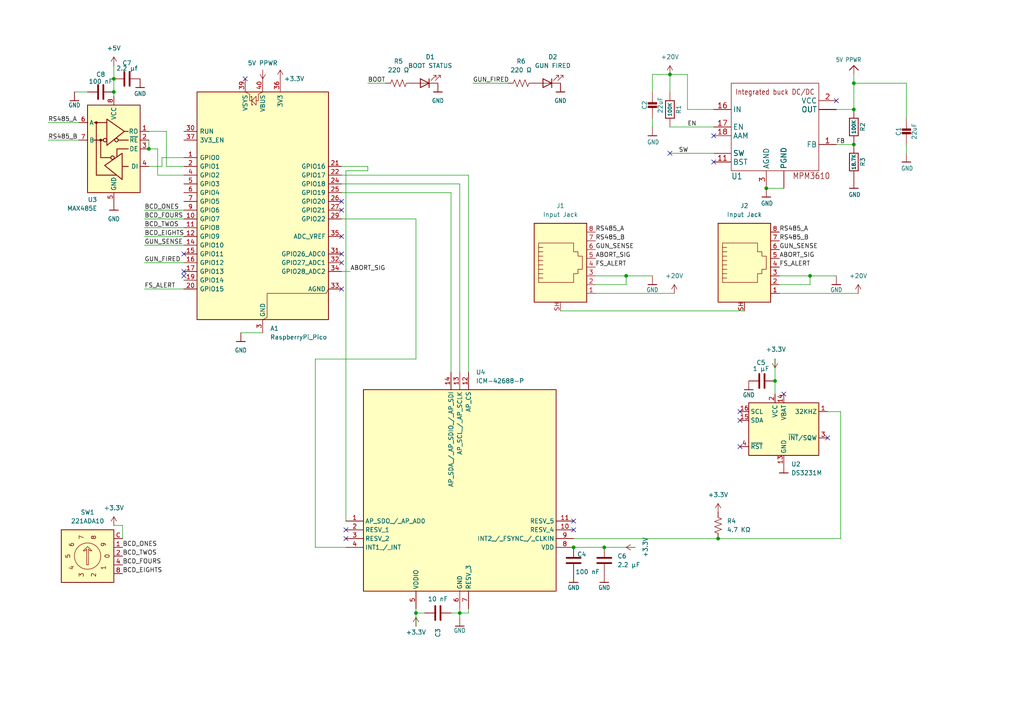
<source format=kicad_sch>
(kicad_sch (version 20250114) (generator "eeschema") (generator_version "9.0")
  (paper "A4")
  (lib_symbols
    (symbol "Connector:RJ45_Shielded" (pin_names (offset 1.016))
      (property "Reference" "J" (at -5.08 13.97 0))
      (property "Value" "RJ45_Shielded" (at 2.54 13.97 0))
      (symbol "RJ45_Shielded_0_1"
        (polyline (pts (xy -6.35 1.905) (xy -5.08 1.905) (xy -5.08 1.905)))
        (polyline (pts (xy -6.35 0.635) (xy -5.08 0.635) (xy -5.08 0.635)))
        (polyline (pts (xy -6.35 -0.635) (xy -5.08 -0.635) (xy -5.08 -0.635)))
        (polyline (pts (xy -6.35 -1.905) (xy -5.08 -1.905) (xy -5.08 -1.905)))
        (polyline (pts (xy -6.35 -3.175) (xy -5.08 -3.175) (xy -5.08 -3.175)))
        (polyline (pts (xy -6.35 -4.445) (xy -6.35 6.985) (xy 3.81 6.985) (xy 3.81 4.445) (xy 5.08 4.445) (xy 5.08 3.175) (xy 6.35 3.175) (xy 6.35 -0.635) (xy 5.08 -0.635) (xy 5.08 -1.905) (xy 3.81 -1.905) (xy 3.81 -4.445) (xy -6.35 -4.445) (xy -6.35 -4.445)))
        (polyline (pts (xy -5.08 5.715) (xy -6.35 5.715)))
        (polyline (pts (xy -5.08 4.445) (xy -6.35 4.445)))
        (polyline (pts (xy -5.08 3.175) (xy -6.35 3.175) (xy -6.35 3.175)))
        (rectangle (start 7.62 12.7) (end -7.62 -10.16) (stroke (width 0.254)) (fill (type background)))
      )
      (symbol "RJ45_Shielded_1_1"
        (pin passive line (at 0 -12.7 90) (length 2.54) (name "~") (number "SH"))
        (pin passive line (at 10.16 10.16 180) (length 2.54) (name "~") (number "8"))
        (pin passive line (at 10.16 7.62 180) (length 2.54) (name "~") (number "7"))
        (pin passive line (at 10.16 5.08 180) (length 2.54) (name "~") (number "6"))
        (pin passive line (at 10.16 2.54 180) (length 2.54) (name "~") (number "5"))
        (pin passive line (at 10.16 0 180) (length 2.54) (name "~") (number "4"))
        (pin passive line (at 10.16 -2.54 180) (length 2.54) (name "~") (number "3"))
        (pin passive line (at 10.16 -5.08 180) (length 2.54) (name "~") (number "2"))
        (pin passive line (at 10.16 -7.62 180) (length 2.54) (name "~") (number "1"))
      )
    )
    (symbol "Device:C" (pin_numbers (hide yes)) (pin_names (offset 0.254))
      (property "Reference" "C" (at 0.635 2.54 0))
      (property "Value" "C" (at 0.635 -2.54 0))
      (symbol "C_0_1"
        (polyline (pts (xy -2.032 0.762) (xy 2.032 0.762)) (stroke (width 0.508)))
        (polyline (pts (xy -2.032 -0.762) (xy 2.032 -0.762)) (stroke (width 0.508)))
      )
      (symbol "C_1_1"
        (pin passive line (at 0 3.81 270) (length 2.794) (name "~") (number "1"))
        (pin passive line (at 0 -3.81 90) (length 2.794) (name "~") (number "2"))
      )
    )
    (symbol "Device:LED" (pin_numbers (hide yes)) (pin_names (offset 1.016) (hide yes))
      (property "Reference" "D" (at 0 2.54 0))
      (property "Value" "LED" (at 0 -2.54 0))
      (symbol "LED_0_1"
        (polyline (pts (xy -3.048 -0.762) (xy -4.572 -2.286) (xy -3.81 -2.286) (xy -4.572 -2.286) (xy -4.572 -1.524)))
        (polyline (pts (xy -1.778 -0.762) (xy -3.302 -2.286) (xy -2.54 -2.286) (xy -3.302 -2.286) (xy -3.302 -1.524)))
        (polyline (pts (xy -1.27 0) (xy 1.27 0)))
        (polyline (pts (xy -1.27 -1.27) (xy -1.27 1.27)) (stroke (width 0.254)))
        (polyline (pts (xy 1.27 -1.27) (xy 1.27 1.27) (xy -1.27 0) (xy 1.27 -1.27)) (stroke (width 0.254)))
      )
      (symbol "LED_1_1"
        (pin passive line (at -3.81 0 0) (length 2.54) (name "K") (number "1"))
        (pin passive line (at 3.81 0 180) (length 2.54) (name "A") (number "2"))
      )
    )
    (symbol "Device:R_US" (pin_numbers (hide yes)) (pin_names (offset 0))
      (property "Reference" "R" (at 2.54 0 90))
      (property "Value" "R_US" (at -2.54 0 90))
      (symbol "R_US_0_1"
        (polyline (pts (xy 0 2.286) (xy 0 2.54)))
        (polyline (pts (xy 0 2.286) (xy 1.016 1.905) (xy 0 1.524) (xy -1.016 1.143) (xy 0 0.762)))
        (polyline (pts (xy 0 0.762) (xy 1.016 0.381) (xy 0 0) (xy -1.016 -0.381) (xy 0 -0.762)))
        (polyline (pts (xy 0 -0.762) (xy 1.016 -1.143) (xy 0 -1.524) (xy -1.016 -1.905) (xy 0 -2.286)))
        (polyline (pts (xy 0 -2.286) (xy 0 -2.54)))
      )
      (symbol "R_US_1_1"
        (pin passive line (at 0 3.81 270) (length 1.27) (name "~") (number "1"))
        (pin passive line (at 0 -3.81 90) (length 1.27) (name "~") (number "2"))
      )
    )
    (symbol "ICM-42688:ICM-42688-P"
      (property "Reference" "IC" (at 62.23 43.18 0))
      (property "Value" "ICM-42688-P" (at 62.23 40.64 0))
      (symbol "ICM-42688-P_1_1"
        (rectangle (start 5.08 38.1) (end 60.96 -20.32) (stroke (width 0.254)) (fill (type background)))
        (pin passive line (at 0 0 0) (length 5.08) (name "AP_SDO_/_AP_AD0") (number "1"))
        (pin passive line (at 0 -2.54 0) (length 5.08) (name "RESV_1") (number "2"))
        (pin passive line (at 0 -5.08 0) (length 5.08) (name "RESV_2") (number "3"))
        (pin passive line (at 0 -7.62 0) (length 5.08) (name "INT1_/_INT") (number "4"))
        (pin passive line (at 20.32 -25.4 90) (length 5.08) (name "VDDIO") (number "5"))
        (pin passive line (at 30.48 43.18 270) (length 5.08) (name "AP_SDA_/_AP_SDIO_/_AP_SDI") (number "14"))
        (pin passive line (at 33.02 43.18 270) (length 5.08) (name "AP_SCL_/_AP_SCLK") (number "13"))
        (pin passive line (at 33.02 -25.4 90) (length 5.08) (name "GND") (number "6"))
        (pin passive line (at 35.56 43.18 270) (length 5.08) (name "AP_CS") (number "12"))
        (pin passive line (at 35.56 -25.4 90) (length 5.08) (name "RESV_3") (number "7"))
        (pin passive line (at 66.04 0 180) (length 5.08) (name "RESV_5") (number "11"))
        (pin passive line (at 66.04 -2.54 180) (length 5.08) (name "RESV_4") (number "10"))
        (pin passive line (at 66.04 -5.08 180) (length 5.08) (name "INT2_/_FSYNC_/_CLKIN") (number "9"))
        (pin passive line (at 66.04 -7.62 180) (length 5.08) (name "VDD") (number "8"))
      )
    )
    (symbol "Interface_UART:MAX485E"
      (property "Reference" "U" (at -6.985 13.97 0))
      (property "Value" "MAX485E" (at 1.905 13.97 0))
      (symbol "MAX485E_0_1"
        (rectangle (start -7.62 12.7) (end 7.62 -12.7) (stroke (width 0.254)) (fill (type background)))
        (polyline (pts (xy -4.191 2.54) (xy -1.27 2.54)) (stroke (width 0.254)))
        (polyline (pts (xy -4.191 0) (xy -0.889 0) (xy -0.889 -2.286)) (stroke (width 0.254)))
        (polyline (pts (xy -3.175 5.08) (xy -4.191 5.08) (xy -4.064 5.08)) (stroke (width 0.254)))
        (polyline (pts (xy -2.54 -5.08) (xy -4.191 -5.08)) (stroke (width 0.254)))
        (polyline (pts (xy -2.413 -5.08) (xy -2.413 -1.27) (xy 2.667 -4.826) (xy -2.413 -8.89) (xy -2.413 -5.08)) (stroke (width 0.254)))
        (polyline (pts (xy -0.635 -7.62) (xy 5.08 -7.62)) (stroke (width 0.254)))
        (circle (center 0.381 -2.54) (radius 0.508) (stroke (width 0.254)))
        (polyline (pts (xy 0.889 -2.54) (xy 3.81 -2.54)) (stroke (width 0.254)))
        (polyline (pts (xy 2.032 7.62) (xy 5.715 7.62)) (stroke (width 0.254)))
        (polyline (pts (xy 3.048 2.54) (xy 5.715 2.54)) (stroke (width 0.254)))
        (circle (center 3.81 2.54) (radius 0.2794) (stroke (width 0.254)) (fill (type outline)))
        (polyline (pts (xy 3.81 -2.54) (xy 3.81 2.54)) (stroke (width 0.254)))
        (polyline (pts (xy 5.08 -7.62) (xy 5.08 7.62)) (stroke (width 0.254)))
      )
      (symbol "MAX485E_1_1"
        (circle (center -0.762 2.54) (radius 0.508) (stroke (width 0.254)))
        (polyline (pts (xy 2.032 4.826) (xy 2.032 8.636) (xy -3.048 5.08) (xy 2.032 1.016) (xy 2.032 4.826)) (stroke (width 0.254)))
        (circle (center 2.54 2.54) (radius 0.508) (stroke (width 0.254)))
        (circle (center 5.08 7.62) (radius 0.2794) (stroke (width 0.254)) (fill (type outline)))
        (pin output line (at -10.16 5.08 0) (length 2.54) (name "RO") (number "1"))
        (pin input line (at -10.16 2.54 0) (length 2.54) (name "~{RE}") (number "2"))
        (pin input line (at -10.16 0 0) (length 2.54) (name "DE") (number "3"))
        (pin input line (at -10.16 -5.08 0) (length 2.54) (name "DI") (number "4"))
        (pin power_in line (at 0 15.24 270) (length 2.54) (name "VCC") (number "8"))
        (pin power_in line (at 0 -15.24 90) (length 2.54) (name "GND") (number "5"))
        (pin bidirectional line (at 10.16 7.62 180) (length 2.54) (name "A") (number "6"))
        (pin bidirectional line (at 10.16 2.54 180) (length 2.54) (name "B") (number "7"))
      )
    )
    (symbol "MCU_Module:RaspberryPi_Pico" (pin_names (offset 0.762))
      (property "Reference" "A" (at -19.05 35.56 0))
      (property "Value" "RaspberryPi_Pico" (at 7.62 35.56 0))
      (symbol "RaspberryPi_Pico_0_1"
        (rectangle (start -19.05 34.29) (end 19.05 -31.75) (stroke (width 0.254)) (fill (type background)))
        (polyline (pts (xy -5.08 34.29) (xy -3.81 33.655) (xy -3.81 31.75) (xy -3.175 31.75)))
        (polyline (pts (xy -3.429 32.766) (xy -3.429 33.02) (xy -3.175 33.02) (xy -3.175 30.48) (xy -2.921 30.48) (xy -2.921 30.734)))
        (polyline (pts (xy -3.175 31.75) (xy -1.905 33.02) (xy -1.905 30.48) (xy -3.175 31.75)))
        (polyline (pts (xy 0 34.29) (xy -1.27 33.655) (xy -1.27 31.75) (xy -1.905 31.75)))
        (polyline (pts (xy 0 -31.75) (xy 1.27 -31.115) (xy 1.27 -24.13) (xy 18.415 -24.13) (xy 19.05 -22.86)))
      )
      (symbol "RaspberryPi_Pico_1_1"
        (pin passive line (at -22.86 22.86 0) (length 3.81) (name "RUN") (number "30"))
        (pin passive line (at -22.86 20.32 0) (length 3.81) (name "3V3_EN") (number "37"))
        (pin bidirectional line (at -22.86 15.24 0) (length 3.81) (name "GPIO0") (number "1"))
        (pin bidirectional line (at -22.86 12.7 0) (length 3.81) (name "GPIO1") (number "2"))
        (pin bidirectional line (at -22.86 10.16 0) (length 3.81) (name "GPIO2") (number "4"))
        (pin bidirectional line (at -22.86 7.62 0) (length 3.81) (name "GPIO3") (number "5"))
        (pin bidirectional line (at -22.86 5.08 0) (length 3.81) (name "GPIO4") (number "6"))
        (pin bidirectional line (at -22.86 2.54 0) (length 3.81) (name "GPIO5") (number "7"))
        (pin bidirectional line (at -22.86 0 0) (length 3.81) (name "GPIO6") (number "9"))
        (pin bidirectional line (at -22.86 -2.54 0) (length 3.81) (name "GPIO7") (number "10"))
        (pin bidirectional line (at -22.86 -5.08 0) (length 3.81) (name "GPIO8") (number "11"))
        (pin bidirectional line (at -22.86 -7.62 0) (length 3.81) (name "GPIO9") (number "12"))
        (pin bidirectional line (at -22.86 -10.16 0) (length 3.81) (name "GPIO10") (number "14"))
        (pin bidirectional line (at -22.86 -12.7 0) (length 3.81) (name "GPIO11") (number "15"))
        (pin bidirectional line (at -22.86 -15.24 0) (length 3.81) (name "GPIO12") (number "16"))
        (pin bidirectional line (at -22.86 -17.78 0) (length 3.81) (name "GPIO13") (number "17"))
        (pin bidirectional line (at -22.86 -20.32 0) (length 3.81) (name "GPIO14") (number "19"))
        (pin bidirectional line (at -22.86 -22.86 0) (length 3.81) (name "GPIO15") (number "20"))
        (pin power_in line (at -5.08 38.1 270) (length 3.81) (name "VSYS") (number "39"))
        (pin power_out line (at 0 38.1 270) (length 3.81) (name "VBUS") (number "40"))
        (pin passive line (at 0 -35.56 90) (length 3.81) (hide yes) (name "GND") (number "13"))
        (pin passive line (at 0 -35.56 90) (length 3.81) (hide yes) (name "GND") (number "18"))
        (pin passive line (at 0 -35.56 90) (length 3.81) (hide yes) (name "GND") (number "23"))
        (pin passive line (at 0 -35.56 90) (length 3.81) (hide yes) (name "GND") (number "28"))
        (pin power_out line (at 0 -35.56 90) (length 3.81) (name "GND") (number "3"))
        (pin passive line (at 0 -35.56 90) (length 3.81) (hide yes) (name "GND") (number "38"))
        (pin passive line (at 0 -35.56 90) (length 3.81) (hide yes) (name "GND") (number "8"))
        (pin power_out line (at 5.08 38.1 270) (length 3.81) (name "3V3") (number "36"))
        (pin bidirectional line (at 22.86 12.7 180) (length 3.81) (name "GPIO16") (number "21"))
        (pin bidirectional line (at 22.86 10.16 180) (length 3.81) (name "GPIO17") (number "22"))
        (pin bidirectional line (at 22.86 7.62 180) (length 3.81) (name "GPIO18") (number "24"))
        (pin bidirectional line (at 22.86 5.08 180) (length 3.81) (name "GPIO19") (number "25"))
        (pin bidirectional line (at 22.86 2.54 180) (length 3.81) (name "GPIO20") (number "26"))
        (pin bidirectional line (at 22.86 0 180) (length 3.81) (name "GPIO21") (number "27"))
        (pin bidirectional line (at 22.86 -2.54 180) (length 3.81) (name "GPIO22") (number "29"))
        (pin power_in line (at 22.86 -7.62 180) (length 3.81) (name "ADC_VREF") (number "35"))
        (pin bidirectional line (at 22.86 -12.7 180) (length 3.81) (name "GPIO26_ADC0") (number "31"))
        (pin bidirectional line (at 22.86 -15.24 180) (length 3.81) (name "GPIO27_ADC1") (number "32"))
        (pin bidirectional line (at 22.86 -17.78 180) (length 3.81) (name "GPIO28_ADC2") (number "34"))
        (pin power_out line (at 22.86 -22.86 180) (length 3.81) (name "AGND") (number "33"))
      )
    )
    (symbol "Switch:SW_Coded_SH-7040" (pin_names (hide yes))
      (property "Reference" "SW" (at -7.62 8.89 0))
      (property "Value" "SW_Coded_SH-7040" (at -7.62 -8.89 0))
      (symbol "SW_Coded_SH-7040_0_0"
        (text "5" (at -5.715 0 900) (effects (font (size 1.27 1.27))))
        (text "6" (at -4.6228 3.3528 540) (effects (font (size 1.27 1.27))))
        (text "4" (at -4.6228 -3.3528 1260) (effects (font (size 1.27 1.27))))
        (text "7" (at -1.778 5.4356 180) (effects (font (size 1.27 1.27))))
        (text "3" (at -1.778 -5.4356 1620) (effects (font (size 1.27 1.27))))
        (text "8" (at 1.778 5.4356 3420) (effects (font (size 1.27 1.27))))
        (text "2" (at 1.778 -5.4356 1980) (effects (font (size 1.27 1.27))))
        (text "9" (at 4.6228 3.3528 3060) (effects (font (size 1.27 1.27))))
        (text "1" (at 4.6228 -3.3528 2340) (effects (font (size 1.27 1.27))))
        (text "0" (at 5.715 0 2700) (effects (font (size 1.27 1.27))))
      )
      (symbol "SW_Coded_SH-7040_0_1"
        (polyline (pts (xy -0.254 -2.54) (xy -0.254 2.032) (xy -0.762 1.524) (xy -1.27 1.524) (xy 0 2.794) (xy 1.27 1.524) (xy 0.762 1.524) (xy 0.254 2.032) (xy 0.254 -2.54) (xy -0.254 -2.54) (xy -0.254 -2.54)))
        (circle (center 0 0) (radius 3.81))
        (rectangle (start 7.62 7.62) (end -7.62 -7.62) (stroke (width 0.254)) (fill (type background)))
      )
      (symbol "SW_Coded_SH-7040_1_1"
        (pin passive line (at 10.16 5.08 180) (length 2.54) (name "C") (number "C"))
        (pin passive line (at 10.16 2.54 180) (length 2.54) (name "1") (number "1"))
        (pin passive line (at 10.16 0 180) (length 2.54) (name "2") (number "2"))
        (pin passive line (at 10.16 -2.54 180) (length 2.54) (name "4") (number "4"))
        (pin passive line (at 10.16 -5.08 180) (length 2.54) (name "8") (number "8"))
      )
    )
    (symbol "Timer_RTC:DS3231M"
      (property "Reference" "U" (at -7.62 8.89 0))
      (property "Value" "DS3231M" (at 10.16 8.89 0))
      (symbol "DS3231M_0_1"
        (rectangle (start -10.16 7.62) (end 10.16 -7.62) (stroke (width 0.254)) (fill (type background)))
      )
      (symbol "DS3231M_1_1"
        (pin input line (at -12.7 5.08 0) (length 2.54) (name "SCL") (number "16"))
        (pin bidirectional line (at -12.7 2.54 0) (length 2.54) (name "SDA") (number "15"))
        (pin bidirectional line (at -12.7 -5.08 0) (length 2.54) (name "~{RST}") (number "4"))
        (pin power_in line (at -2.54 10.16 270) (length 2.54) (name "VCC") (number "2"))
        (pin power_in line (at 0 10.16 270) (length 2.54) (name "VBAT") (number "14"))
        (pin passive line (at 0 -10.16 90) (length 2.54) (hide yes) (name "GND") (number "10"))
        (pin passive line (at 0 -10.16 90) (length 2.54) (hide yes) (name "GND") (number "11"))
        (pin passive line (at 0 -10.16 90) (length 2.54) (hide yes) (name "GND") (number "12"))
        (pin power_in line (at 0 -10.16 90) (length 2.54) (name "GND") (number "13"))
        (pin passive line (at 0 -10.16 90) (length 2.54) (hide yes) (name "GND") (number "5"))
        (pin passive line (at 0 -10.16 90) (length 2.54) (hide yes) (name "GND") (number "6"))
        (pin passive line (at 0 -10.16 90) (length 2.54) (hide yes) (name "GND") (number "7"))
        (pin passive line (at 0 -10.16 90) (length 2.54) (hide yes) (name "GND") (number "8"))
        (pin passive line (at 0 -10.16 90) (length 2.54) (hide yes) (name "GND") (number "9"))
        (pin open_collector line (at 12.7 5.08 180) (length 2.54) (name "32KHZ") (number "1"))
        (pin open_collector line (at 12.7 -2.54 180) (length 2.54) (name "~{INT}/SQW") (number "3"))
      )
    )
    (symbol "power:+15V" (power) (pin_numbers (hide yes)) (pin_names (offset 0) (hide yes))
      (property "Value" "+15V" (at 0 3.556 0))
      (symbol "+15V_0_1"
        (polyline (pts (xy -0.762 1.27) (xy 0 2.54)))
        (polyline (pts (xy 0 2.54) (xy 0.762 1.27)))
        (polyline (pts (xy 0 0) (xy 0 2.54)))
      )
      (symbol "+15V_1_1"
        (pin power_in line (at 0 0 90) (length 0) (name "~") (number "1"))
      )
    )
    (symbol "power:+3.3V" (power) (pin_numbers (hide yes)) (pin_names (offset 0) (hide yes))
      (property "Value" "+3.3V" (at 0 3.556 0))
      (symbol "+3.3V_0_1"
        (polyline (pts (xy -0.762 1.27) (xy 0 2.54)))
        (polyline (pts (xy 0 2.54) (xy 0.762 1.27)))
        (polyline (pts (xy 0 0) (xy 0 2.54)))
      )
      (symbol "+3.3V_1_1"
        (pin power_in line (at 0 0 90) (length 0) (name "~") (number "1"))
      )
    )
    (symbol "power:+5V" (power) (pin_numbers (hide yes)) (pin_names (offset 0) (hide yes))
      (property "Value" "+5V" (at 0 3.556 0))
      (symbol "+5V_0_1"
        (polyline (pts (xy -0.762 1.27) (xy 0 2.54)))
        (polyline (pts (xy 0 2.54) (xy 0.762 1.27)))
        (polyline (pts (xy 0 0) (xy 0 2.54)))
      )
      (symbol "+5V_1_1"
        (pin power_in line (at 0 0 90) (length 0) (name "~") (number "1"))
      )
    )
    (symbol "power:GND" (power)
      (symbol "GND_1_0"
        (polyline (pts (xy -1.27 0) (xy 1.27 0)) (stroke (width 0.254)))
        (pin power_in line (at 0 2.54 270) (length 2.54) (name "GND") (number "1"))
      )
    )
    (symbol "react_schematics-eagle-import:3.3V" (power)
      (symbol "3.3V_1_0"
        (polyline (pts (xy -1.27 -1.27) (xy 0 0)) (stroke (width 0.254)))
        (polyline (pts (xy 0 0) (xy 1.27 -1.27)) (stroke (width 0.254)))
        (pin power_in line (at 0 -2.54 90) (length 2.54) (name "3.3V") (number "1"))
      )
    )
    (symbol "react_schematics-eagle-import:CAP_CERAMIC0805-NOOUTLINE"
      (property "Reference" "C" (at -2.29 1.25 90))
      (symbol "CAP_CERAMIC0805-NOOUTLINE_1_0"
        (rectangle (start -1.27 1.524) (end 1.27 2.032) (fill (type outline)))
        (rectangle (start -1.27 0.508) (end 1.27 1.016) (fill (type outline)))
        (polyline (pts (xy 0 2.54) (xy 0 1.778)) (stroke (width 0.1524)))
        (polyline (pts (xy 0 0.762) (xy 0 0)) (stroke (width 0.1524)))
        (pin passive line (at 0 5.08 270) (length 2.54) (name "1") (number "1"))
        (pin passive line (at 0 -2.54 90) (length 2.54) (name "2") (number "2"))
      )
    )
    (symbol "react_schematics-eagle-import:GND" (power)
      (symbol "GND_1_0"
        (polyline (pts (xy -1.27 0) (xy 1.27 0)) (stroke (width 0.254)))
        (pin power_in line (at 0 2.54 270) (length 2.54) (name "GND") (number "1"))
      )
    )
    (symbol "react_schematics-eagle-import:MPM3610"
      (property "Reference" "IC" (at -12.7 -15.24 0))
      (symbol "MPM3610_1_0"
        (polyline (pts (xy -12.7 12.7) (xy -12.7 -12.7)) (stroke (width 0.1524)))
        (polyline (pts (xy -12.7 -12.7) (xy 12.7 -12.7)) (stroke (width 0.1524)))
        (polyline (pts (xy 12.7 12.7) (xy -12.7 12.7)) (stroke (width 0.1524)))
        (polyline (pts (xy 12.7 -12.7) (xy 12.7 12.7)) (stroke (width 0.1524)))
        (text "Integrated buck DC/DC" (at 0 10.16 0) (effects (font (size 1.524 1.2954))))
        (text "MPM3610" (at 5.08 -15.24 0) (effects (font (size 1.778 1.5113)) (justify left bottom)))
        (pin power_in line (at -17.78 5.08 0) (length 5.08) (name "IN") (number "16"))
        (pin input line (at -17.78 0 0) (length 5.08) (name "EN") (number "17"))
        (pin input line (at -17.78 -2.54 0) (length 5.08) (name "AAM") (number "18"))
        (pin passive line (at -17.78 -7.62 0) (length 5.08) (name "SW") (number "4"))
        (pin passive line (at -17.78 -7.62 0) (length 5.08) (name "SW") (number "5"))
        (pin passive line (at -17.78 -7.62 0) (length 5.08) (name "SW") (number "6"))
        (pin passive line (at -17.78 -10.16 0) (length 5.08) (name "BST") (number "11"))
        (pin power_in line (at -2.54 -17.78 90) (length 5.08) (name "AGND") (number "3"))
        (pin power_in line (at 2.54 -17.78 90) (length 5.08) (name "PGND") (number "12"))
        (pin power_in line (at 2.54 -17.78 90) (length 5.08) (name "PGND") (number "13"))
        (pin power_in line (at 2.54 -17.78 90) (length 5.08) (name "PGND") (number "14"))
        (pin power_in line (at 17.78 7.62 180) (length 5.08) (name "VCC") (number "2"))
        (pin power_in line (at 17.78 5.08 180) (length 5.08) (name "OUT") (number "7"))
        (pin power_in line (at 17.78 5.08 180) (length 5.08) (name "OUT") (number "8"))
        (pin power_in line (at 17.78 5.08 180) (length 5.08) (name "OUT") (number "9"))
        (pin input line (at 17.78 -5.08 180) (length 5.08) (name "FB") (number "1"))
      )
    )
    (symbol "react_schematics-eagle-import:RESISTOR_0603_NOOUT"
      (property "Reference" "R" (at 0 2.54 0))
      (symbol "RESISTOR_0603_NOOUT_1_0"
        (polyline (pts (xy -2.54 1.27) (xy 2.54 1.27)) (stroke (width 0.254)))
        (polyline (pts (xy -2.54 -1.27) (xy -2.54 1.27)) (stroke (width 0.254)))
        (polyline (pts (xy 2.54 1.27) (xy 2.54 -1.27)) (stroke (width 0.254)))
        (polyline (pts (xy 2.54 -1.27) (xy -2.54 -1.27)) (stroke (width 0.254)))
        (pin passive line (at -5.08 0 0) (length 2.54) (name "1") (number "1"))
        (pin passive line (at 5.08 0 180) (length 2.54) (name "2") (number "2"))
      )
    )
  )
  (junction (at 33.02 22.86))
  (junction (at 222.25 54.61))
  (junction (at 247.65 41.91))
  (junction (at 234.95 80.01))
  (junction (at 247.65 24.13))
  (junction (at 133.35 177.8))
  (junction (at 120.65 177.8))
  (junction (at 43.18 43.18))
  (junction (at 224.79 110.49))
  (junction (at 208.28 156.21))
  (junction (at 247.65 31.75))
  (junction (at 194.31 21.59))
  (junction (at 33.02 26.67))
  (junction (at 181.61 80.01))
  (junction (at 166.37 158.75))
  (junction (at 175.26 158.75))
  (no_connect (at 207.01 39.37))
  (no_connect (at 99.06 76.2))
  (no_connect (at 214.63 119.38))
  (no_connect (at 207.01 46.99))
  (no_connect (at 99.06 58.42))
  (no_connect (at 99.06 68.58))
  (no_connect (at 53.34 73.66))
  (no_connect (at 166.37 151.13))
  (no_connect (at 53.34 80.01))
  (no_connect (at 240.03 127))
  (no_connect (at 100.33 156.21))
  (no_connect (at 214.63 121.92))
  (no_connect (at 166.37 153.67))
  (no_connect (at 227.33 114.3))
  (no_connect (at 194.31 44.45))
  (no_connect (at 99.06 83.82))
  (no_connect (at 71.12 22.86))
  (no_connect (at 99.06 73.66))
  (no_connect (at 242.57 29.21))
  (no_connect (at 99.06 60.96))
  (no_connect (at 214.63 129.54))
  (no_connect (at 53.34 78.74))
  (no_connect (at 100.33 153.67))
  (wire (pts (xy 234.95 82.55) (xy 234.95 80.01)))
  (wire (pts (xy 53.34 60.96) (xy 41.91 60.96)))
  (wire (pts (xy 41.91 71.12) (xy 53.34 71.12)))
  (wire (pts (xy 242.57 41.91) (xy 247.65 41.91)) (stroke (width 0.1524)))
  (wire (pts (xy 262.89 24.13) (xy 247.65 24.13)) (stroke (width 0.1524)))
  (wire (pts (xy 76.2 96.52) (xy 69.85 96.52)))
  (wire (pts (xy 120.65 176.53) (xy 120.65 177.8)))
  (wire (pts (xy 189.23 21.59) (xy 189.23 26.67)) (stroke (width 0.1524)))
  (wire (pts (xy 91.44 104.14) (xy 120.65 104.14)))
  (wire (pts (xy 133.35 176.53) (xy 133.35 177.8)))
  (wire (pts (xy 53.34 68.58) (xy 41.91 68.58)))
  (wire (pts (xy 224.79 110.49) (xy 224.79 114.3)))
  (wire (pts (xy 41.91 63.5) (xy 53.34 63.5)))
  (wire (pts (xy 41.91 83.82) (xy 53.34 83.82)))
  (wire (pts (xy 243.84 156.21) (xy 243.84 119.38)))
  (wire (pts (xy 48.26 48.26) (xy 53.34 48.26)))
  (wire (pts (xy 224.79 104.14) (xy 224.79 110.49)))
  (wire (pts (xy 48.26 38.1) (xy 48.26 48.26)))
  (wire (pts (xy 172.72 82.55) (xy 181.61 82.55)))
  (wire (pts (xy 46.99 48.26) (xy 46.99 45.72)))
  (wire (pts (xy 45.72 50.8) (xy 53.34 50.8)))
  (wire (pts (xy 106.68 49.53) (xy 100.33 49.53)))
  (wire (pts (xy 106.68 24.13) (xy 111.76 24.13)))
  (wire (pts (xy 262.89 41.91) (xy 262.89 44.45)) (stroke (width 0.1524)))
  (wire (pts (xy 133.35 53.34) (xy 99.06 53.34)))
  (wire (pts (xy 135.89 176.53) (xy 135.89 177.8)))
  (wire (pts (xy 41.91 66.04) (xy 53.34 66.04)))
  (wire (pts (xy 189.23 34.29) (xy 189.23 36.83)) (stroke (width 0.1524)))
  (wire (pts (xy 135.89 107.95) (xy 135.89 50.8)))
  (wire (pts (xy 43.18 40.64) (xy 43.18 43.18)))
  (wire (pts (xy 100.33 49.53) (xy 100.33 151.13)))
  (wire (pts (xy 135.89 50.8) (xy 99.06 50.8)))
  (wire (pts (xy 106.68 49.53) (xy 106.68 48.26)))
  (wire (pts (xy 243.84 119.38) (xy 240.03 119.38)))
  (wire (pts (xy 133.35 107.95) (xy 133.35 53.34)))
  (wire (pts (xy 99.06 63.5) (xy 120.65 63.5)))
  (wire (pts (xy 166.37 156.21) (xy 208.28 156.21)))
  (wire (pts (xy 120.65 104.14) (xy 120.65 63.5)))
  (wire (pts (xy 135.89 177.8) (xy 133.35 177.8)))
  (wire (pts (xy 181.61 80.01) (xy 189.23 80.01)))
  (wire (pts (xy 106.68 48.26) (xy 99.06 48.26)))
  (wire (pts (xy 247.65 21.59) (xy 247.65 24.13)) (stroke (width 0.1524)))
  (wire (pts (xy 208.28 156.21) (xy 243.84 156.21)))
  (wire (pts (xy 194.31 26.67) (xy 194.31 21.59)) (stroke (width 0.1524)))
  (wire (pts (xy 91.44 158.75) (xy 100.33 158.75)))
  (wire (pts (xy 41.91 76.2) (xy 53.34 76.2)))
  (wire (pts (xy 21.59 26.67) (xy 25.4 26.67)))
  (wire (pts (xy 130.81 107.95) (xy 130.81 55.88)))
  (wire (pts (xy 181.61 82.55) (xy 181.61 80.01)))
  (wire (pts (xy 13.97 40.64) (xy 22.86 40.64)))
  (wire (pts (xy 162.56 90.17) (xy 215.9 90.17)))
  (wire (pts (xy 35.56 156.21) (xy 35.56 152.4)))
  (wire (pts (xy 130.81 55.88) (xy 99.06 55.88)))
  (wire (pts (xy 227.33 54.61) (xy 222.25 54.61)) (stroke (width 0.1524)))
  (wire (pts (xy 130.81 177.8) (xy 133.35 177.8)))
  (wire (pts (xy 226.06 82.55) (xy 234.95 82.55)))
  (wire (pts (xy 207.01 36.83) (xy 194.31 36.83)) (stroke (width 0.1524)))
  (wire (pts (xy 262.89 24.13) (xy 262.89 34.29)) (stroke (width 0.1524)))
  (wire (pts (xy 175.26 158.75) (xy 184.15 158.75)))
  (wire (pts (xy 247.65 24.13) (xy 247.65 31.75)) (stroke (width 0.1524)))
  (wire (pts (xy 46.99 45.72) (xy 53.34 45.72)))
  (wire (pts (xy 33.02 22.86) (xy 33.02 26.67)))
  (wire (pts (xy 133.35 177.8) (xy 133.35 179.07)))
  (wire (pts (xy 194.31 21.59) (xy 199.39 21.59)) (stroke (width 0.1524)))
  (wire (pts (xy 199.39 31.75) (xy 207.01 31.75)) (stroke (width 0.1524)))
  (wire (pts (xy 33.02 19.05) (xy 33.02 22.86)))
  (wire (pts (xy 101.6 78.74) (xy 99.06 78.74)))
  (wire (pts (xy 189.23 21.59) (xy 194.31 21.59)) (stroke (width 0.1524)))
  (wire (pts (xy 120.65 177.8) (xy 123.19 177.8)))
  (wire (pts (xy 120.65 177.8) (xy 120.65 181.61)))
  (wire (pts (xy 43.18 43.18) (xy 45.72 43.18)))
  (wire (pts (xy 172.72 80.01) (xy 181.61 80.01)))
  (wire (pts (xy 33.02 26.67) (xy 33.02 27.94)))
  (wire (pts (xy 199.39 21.59) (xy 199.39 31.75)) (stroke (width 0.1524)))
  (wire (pts (xy 91.44 158.75) (xy 91.44 104.14)))
  (wire (pts (xy 172.72 85.09) (xy 195.58 85.09)))
  (wire (pts (xy 43.18 48.26) (xy 46.99 48.26)))
  (wire (pts (xy 166.37 158.75) (xy 175.26 158.75)))
  (wire (pts (xy 35.56 152.4) (xy 33.02 152.4)))
  (wire (pts (xy 226.06 85.09) (xy 248.92 85.09)))
  (wire (pts (xy 45.72 43.18) (xy 45.72 50.8)))
  (wire (pts (xy 226.06 80.01) (xy 234.95 80.01)))
  (wire (pts (xy 247.65 31.75) (xy 242.57 31.75)) (stroke (width 0.1524)))
  (wire (pts (xy 234.95 80.01) (xy 242.57 80.01)))
  (wire (pts (xy 43.18 38.1) (xy 48.26 38.1)))
  (wire (pts (xy 207.01 44.45) (xy 194.31 44.45)) (stroke (width 0.1524)))
  (wire (pts (xy 137.16 24.13) (xy 147.32 24.13)))
  (wire (pts (xy 13.97 35.56) (xy 22.86 35.56)))
  (label "BCD_EIGHTS" (at 41.91 68.58 0))
  (label "BCD_FOURS" (at 41.91 63.5 0))
  (label "SW" (at 196.85 44.45 0) (effects (font (size 1.2446 1.2446))))
  (label "RS485_A" (at 13.97 35.56 0))
  (label "GUN_FIRED" (at 41.91 76.2 0))
  (label "GUN_SENSE" (at 172.72 72.39 0))
  (label "RS485_B" (at 13.97 40.64 0))
  (label "BOOT" (at 106.68 24.13 0))
  (label "FS_ALERT" (at 226.06 77.47 0))
  (label "RS485_B" (at 226.06 69.85 0))
  (label "GUN_SENSE" (at 226.06 72.39 0))
  (label "RS485_A" (at 226.06 67.31 0))
  (label "BCD_ONES" (at 41.91 60.96 0))
  (label "BCD_TWOS" (at 41.91 66.04 0))
  (label "FB" (at 242.57 41.91 0) (effects (font (size 1.2446 1.2446))))
  (label "ABORT_SIG" (at 172.72 74.93 0))
  (label "GUN_SENSE" (at 41.91 71.12 0))
  (label "BCD_ONES" (at 35.56 158.75 0))
  (label "ABORT_SIG" (at 226.06 74.93 0))
  (label "GUN_FIRED" (at 137.16 24.13 0))
  (label "BCD_TWOS" (at 35.56 161.29 0))
  (label "BCD_FOURS" (at 35.56 163.83 0))
  (label "ABORT_SIG" (at 101.6 78.74 0))
  (label "RS485_A" (at 172.72 67.31 0))
  (label "BCD_EIGHTS" (at 35.56 166.37 0))
  (label "RS485_B" (at 172.72 69.85 0))
  (label "FS_ALERT" (at 172.72 77.47 0))
  (label "FS_ALERT" (at 41.91 83.82 0))
  (label "EN" (at 199.39 36.83 0) (effects (font (size 1.2446 1.2446))))
  (symbol (lib_id "Connector:RJ45_Shielded") (at 215.9 77.47 0) (unit 1)
    (property "Reference" "J2" (at 215.9 59.69 0))
    (property "Value" "Input Jack" (at 215.9 62.23 0))
    (property "Description" "RJ connector, 8P8C (8 positions 8 connected), Shielded" (effects (hide yes)))
  )
  (symbol (lib_id "Device:R_US") (at 208.28 152.4 0) (unit 1)
    (property "Reference" "R4" (at 210.82 151.1299 0) (effects (justify left)))
    (property "Value" "4.7 KΩ" (at 210.82 153.6699 0) (effects (justify left)))
    (property "Description" "Resistor, US symbol" (effects (hide yes)))
  )
  (symbol (lib_id "Timer_RTC:DS3231M") (at 227.33 124.46 0) (unit 1)
    (property "Reference" "U2" (at 229.4733 134.62 0) (effects (justify left)))
    (property "Value" "DS3231M" (at 229.4733 137.16 0) (effects (justify left)))
    (property "Footprint" "Package_SO:SOIC-16W_7.5x10.3mm_P1.27mm" (effects (hide yes)))
    (property "Datasheet" "http://datasheets.maximintegrated.com/en/ds/DS3231.pdf" (effects (hide yes)))
    (property "Description" "Extremely Accurate I2C-Integrated RTC/TCXO/Crystal SOIC-16" (effects (hide yes)))
  )
  (symbol (lib_id "Interface_UART:MAX485E") (at 33.02 43.18 0) (mirror y) (unit 1)
    (property "Reference" "U3" (at 28.194 57.912 0) (effects (justify left)))
    (property "Value" "MAX485E" (at 28.194 60.452 0) (effects (justify left)))
    (property "Footprint" "Package_SO:SOIC-8_3.9x4.9mm_P1.27mm" (effects (hide yes)))
    (property "Datasheet" "https://datasheets.maximintegrated.com/en/ds/MAX1487E-MAX491E.pdf" (effects (hide yes)))
    (property "Description" "Half duplex RS-485/RS-422, 2.5 Mbps, ±15kV electro-static discharge (ESD) protection, no slew-rate, no low-power shutdown, with receiver/driver enable, 32 receiver drive capability, DIP-8 and SOIC-8" (effects (hide yes)))
  )
  (symbol (lib_id "power:GND") (at 69.85 99.06 0) (unit 1)
    (property "Reference" "01" (effects (hide yes)))
    (property "Value" "GND" (at 69.85 101.6 0) (effects (font (size 1.27 1.0795))))
    (property "Description" "GND" (effects (hide yes)))
  )
  (symbol (lib_id "power:+15V") (at 248.92 85.09 0) (unit 1)
    (property "Reference" "#PWR011" (effects (hide yes)))
    (property "Value" "+20V" (at 248.92 80.01 0))
    (property "Description" "Power symbol creates a global label with name \"+15V\"" (effects (hide yes)))
  )
  (symbol (lib_id "Device:C") (at 127 177.8 90) (unit 1)
    (property "Reference" "C3" (at 127 184.912 0) (effects (justify left)))
    (property "Value" "10 nF" (at 127 173.736 90))
    (property "Description" "Unpolarized capacitor" (effects (hide yes)))
  )
  (symbol (lib_id "power:GND") (at 21.59 29.21 0) (unit 1)
    (property "Reference" "01" (effects (hide yes)))
    (property "Value" "GND" (at 21.59 30.48 0) (effects (font (size 1.27 1.0795))))
    (property "Description" "GND" (effects (hide yes)))
  )
  (symbol (lib_id "power:GND") (at 217.17 113.03 0) (unit 1)
    (property "Reference" "01" (effects (hide yes)))
    (property "Value" "GND" (at 217.17 114.554 0) (effects (font (size 1.27 1.0795))))
    (property "Description" "GND" (effects (hide yes)))
  )
  (symbol (lib_id "react_schematics-eagle-import:RESISTOR_0603_NOOUT") (at 247.65 46.99 270) (unit 1)
    (property "Reference" "R3" (at 250.19 46.99 0))
    (property "Value" "18.7K" (at 247.65 46.99 0) (effects (font (size 1.016 1.016) (thickness 0.2032) (bold yes))))
    (property "Footprint" "react_schematics:0603-NO" (effects (hide yes)))
    (property "Description" "Resistors\n\nFor new designs, use the packages preceded by an '_' character since they are more reliable:\n\nThe following footprints should be used on most boards:\n\n• _0402 - Standard footprint for regular board layouts\n• _0603 - Standard footprint for regular board layouts\n• _0805 - Standard footprint for regular board layouts\n• _1206 - Standard footprint for regular board layouts\n\nFor extremely tight-pitch boards where space is at a premium, the following 'micro-pitch' footprints can be used (smaller pads, no silkscreen outline, etc.):\n\n• _0402MP - Micro-pitch footprint for very dense/compact boards\n• _0603MP - Micro-pitch footprint for very dense/compact boards\n• _0805MP - Micro-pitch footprint for very dense/compact boards\n• _1206MP - Micro-pitch footprint for very dense/compact boards" (effects (hide yes)))
  )
  (symbol (lib_id "react_schematics-eagle-import:3.3V") (at 247.65 19.05 0) (unit 1)
    (property "Reference" "#U$15" (effects (hide yes)))
    (property "Value" "5V PPWR" (at 246.126 18.034 0) (effects (font (size 1.27 1.0795)) (justify bottom)))
    (property "Description" "3.3V Supply" (effects (hide yes)))
  )
  (symbol (lib_id "power:+3.3V") (at 184.15 158.75 90) (unit 1)
    (property "Reference" "#PWR04" (effects (hide yes)))
    (property "Value" "+3.3V" (at 187.198 158.75 0))
    (property "Description" "Power symbol creates a global label with name \"+3.3V\"" (effects (hide yes)))
  )
  (symbol (lib_id "Device:R_US") (at 115.57 24.13 270) (unit 1)
    (property "Reference" "R5" (at 115.57 17.78 90))
    (property "Value" "220 Ω" (at 115.57 20.32 90))
    (property "Description" "Resistor, US symbol" (effects (hide yes)))
  )
  (symbol (lib_id "react_schematics-eagle-import:GND") (at 262.89 46.99 0) (unit 1)
    (property "Reference" "#U$1" (effects (hide yes)))
    (property "Value" "GND" (at 261.366 49.53 0) (effects (font (size 1.27 1.0795)) (justify left bottom)))
    (property "Description" "GND" (effects (hide yes)))
  )
  (symbol (lib_id "power:+15V") (at 195.58 85.09 0) (unit 1)
    (property "Reference" "#PWR010" (effects (hide yes)))
    (property "Value" "+20V" (at 195.58 80.01 0))
    (property "Description" "Power symbol creates a global label with name \"+15V\"" (effects (hide yes)))
  )
  (symbol (lib_id "power:+15V") (at 194.31 21.59 0) (unit 1)
    (property "Reference" "#PWR09" (effects (hide yes)))
    (property "Value" "+20V" (at 194.31 16.51 0))
    (property "Description" "Power symbol creates a global label with name \"+15V\"" (effects (hide yes)))
  )
  (symbol (lib_id "power:GND") (at 40.64 25.4 0) (unit 1)
    (property "Reference" "01" (effects (hide yes)))
    (property "Value" "GND" (at 40.64 27.178 0) (effects (font (size 1.27 1.0795))))
    (property "Description" "GND" (effects (hide yes)))
  )
  (symbol (lib_id "Device:C") (at 29.21 26.67 90) (unit 1)
    (property "Reference" "C8" (at 29.21 21.59 90))
    (property "Value" "100 nF" (at 29.21 23.622 90))
    (property "Description" "Unpolarized capacitor" (effects (hide yes)))
  )
  (symbol (lib_id "Device:C") (at 36.83 22.86 270) (unit 1)
    (property "Reference" "C7" (at 36.83 18.288 90))
    (property "Value" "2.2 µf" (at 36.83 19.812 90))
    (property "Description" "Unpolarized capacitor" (effects (hide yes)))
  )
  (symbol (lib_id "Device:C") (at 220.98 110.49 90) (unit 1)
    (property "Reference" "C5" (at 220.726 105.156 90))
    (property "Value" "1 µF" (at 220.726 106.934 90))
    (property "Description" "Unpolarized capacitor" (effects (hide yes)))
  )
  (symbol (lib_id "power:GND") (at 189.23 82.55 0) (unit 1)
    (property "Reference" "01" (effects (hide yes)))
    (property "Value" "GND" (at 189.23 84.074 0) (effects (font (size 1.27 1.0795))))
    (property "Description" "GND" (effects (hide yes)))
  )
  (symbol (lib_id "Device:LED") (at 123.19 24.13 180) (unit 1)
    (property "Reference" "D1" (at 124.7775 16.51 0))
    (property "Value" "BOOT STATUS" (at 124.7775 19.05 0))
    (property "Description" "Light emitting diode" (effects (hide yes)))
    (property "Sim.Pins" "1=K 2=A" (effects (hide yes)))
  )
  (symbol (lib_id "power:GND") (at 166.37 168.91 0) (unit 1)
    (property "Reference" "01" (effects (hide yes)))
    (property "Value" "GND" (at 166.37 170.434 0) (effects (font (size 1.27 1.0795))))
    (property "Description" "GND" (effects (hide yes)))
  )
  (symbol (lib_id "react_schematics-eagle-import:CAP_CERAMIC0805-NOOUTLINE") (at 262.89 39.37 0) (unit 1)
    (property "Reference" "C1" (at 260.6 38.12 90))
    (property "Value" "22uF" (at 265.19 38.12 90))
    (property "Footprint" "react_schematics:0805-NO" (effects (hide yes)))
    (property "Description" "Ceramic Capacitors\n\nFor new designs, use the packages preceded by an '_' character since they are more reliable:\n\nThe following footprints should be used on most boards:\n\n• _0402 - Standard footprint for regular board layouts\n• _0603 - Standard footprint for regular board layouts\n• _0805 - Standard footprint for regular board layouts\n• _1206 - Standard footprint for regular board layouts\n\nFor extremely tight-pitch boards where space is at a premium, the following 'micro-pitch' footprints can be used (smaller pads, no silkscreen outline, etc.):\n\n• _0402MP - Micro-pitch footprint for very dense/compact boards\n• _0603MP - Micro-pitch footprint for very dense/compact boards\n• _0805MP - Micro-pitch footprint for very dense/compact boards\n• _1206MP - Micro-pitch footprint for very dense/compact boards" (effects (hide yes)))
  )
  (symbol (lib_id "power:+3.3V") (at 120.65 181.61 0) (unit 1)
    (property "Reference" "#PWR03" (effects (hide yes)))
    (property "Value" "+3.3V" (at 120.65 183.388 0))
    (property "Description" "Power symbol creates a global label with name \"+3.3V\"" (effects (hide yes)))
  )
  (symbol (lib_id "power:+5V") (at 33.02 19.05 0) (unit 1)
    (property "Reference" "#PWR08" (effects (hide yes)))
    (property "Value" "+5V" (at 33.02 13.97 0))
    (property "Description" "Power symbol creates a global label with name \"+5V\"" (effects (hide yes)))
  )
  (symbol (lib_id "power:+5V") (at 76.2 20.32 180) (unit 1)
    (property "Reference" "#PWR01" (effects (hide yes)))
    (property "Value" "5V PPWR" (at 76.2 18.288 0))
    (property "Description" "Power symbol creates a global label with name \"+5V\"" (effects (hide yes)))
  )
  (symbol (lib_id "react_schematics-eagle-import:GND") (at 189.23 39.37 0) (unit 1)
    (property "Reference" "#U$3" (effects (hide yes)))
    (property "Value" "GND" (at 187.706 41.91 0) (effects (font (size 1.27 1.0795)) (justify left bottom)))
    (property "Description" "GND" (effects (hide yes)))
  )
  (symbol (lib_id "power:GND") (at 127 26.67 0) (unit 1)
    (property "Reference" "01" (effects (hide yes)))
    (property "Value" "GND" (at 127 29.21 0) (effects (font (size 1.27 1.0795))))
    (property "Description" "GND" (effects (hide yes)))
  )
  (symbol (lib_id "react_schematics-eagle-import:MPM3610") (at 224.79 36.83 0) (unit 1)
    (property "Reference" "U1" (at 212.09 52.07 0) (effects (font (size 1.778 1.5113)) (justify left bottom)))
    (property "Value" "MPM3610" (effects (hide yes)))
    (property "Footprint" "react_schematics:MPM3610" (effects (hide yes)))
  )
  (symbol (lib_id "Connector:RJ45_Shielded") (at 162.56 77.47 0) (unit 1)
    (property "Reference" "J1" (at 162.56 59.69 0))
    (property "Value" "Input Jack" (at 162.56 62.23 0))
    (property "Description" "RJ connector, 8P8C (8 positions 8 connected), Shielded" (effects (hide yes)))
  )
  (symbol (lib_id "MCU_Module:RaspberryPi_Pico") (at 76.2 60.96 0) (unit 1)
    (property "Reference" "A1" (at 78.3433 95.25 0) (effects (justify left)))
    (property "Value" "RaspberryPi_Pico" (at 78.3433 97.79 0) (effects (justify left)))
    (property "Footprint" "Module:RaspberryPi_Pico_Common_Unspecified" (effects (hide yes)))
    (property "Datasheet" "https://datasheets.raspberrypi.com/pico/pico-datasheet.pdf" (effects (hide yes)))
    (property "Description" "Versatile and inexpensive microcontroller module powered by RP2040 dual-core Arm Cortex-M0+ processor up to 133 MHz, 264kB SRAM, 2MB QSPI flash; also supports Raspberry Pi Pico 2" (effects (hide yes)))
  )
  (symbol (lib_id "react_schematics-eagle-import:GND") (at 222.25 57.15 0) (unit 1)
    (property "Reference" "#U$13" (effects (hide yes)))
    (property "Value" "GND" (at 220.726 59.69 0) (effects (font (size 1.27 1.0795)) (justify left bottom)))
    (property "Description" "GND" (effects (hide yes)))
  )
  (symbol (lib_id "Switch:SW_Coded_SH-7040") (at 25.4 161.29 0) (unit 1)
    (property "Reference" "SW1" (at 25.4 148.59 0))
    (property "Value" "221ADA10" (at 25.4 151.13 0))
    (property "Footprint" "Button_Switch_SMD:Nidec_Copal_SH-7040B" (effects (hide yes)))
    (property "Datasheet" "https://www.nidec-copal-electronics.com/e/catalog/switch/sh-7000.pdf" (effects (hide yes)))
    (property "Description" "Rotary switch, 4-bit encoding, 10 positions, Gray code" (effects (hide yes)))
  )
  (symbol (lib_id "react_schematics-eagle-import:CAP_CERAMIC0805-NOOUTLINE") (at 189.23 31.75 0) (unit 1)
    (property "Reference" "C2" (at 186.94 30.5 90))
    (property "Value" "22uF" (at 191.53 30.5 90))
    (property "Footprint" "react_schematics:0805-NO" (effects (hide yes)))
    (property "Description" "Ceramic Capacitors\n\nFor new designs, use the packages preceded by an '_' character since they are more reliable:\n\nThe following footprints should be used on most boards:\n\n• _0402 - Standard footprint for regular board layouts\n• _0603 - Standard footprint for regular board layouts\n• _0805 - Standard footprint for regular board layouts\n• _1206 - Standard footprint for regular board layouts\n\nFor extremely tight-pitch boards where space is at a premium, the following 'micro-pitch' footprints can be used (smaller pads, no silkscreen outline, etc.):\n\n• _0402MP - Micro-pitch footprint for very dense/compact boards\n• _0603MP - Micro-pitch footprint for very dense/compact boards\n• _0805MP - Micro-pitch footprint for very dense/compact boards\n• _1206MP - Micro-pitch footprint for very dense/compact boards" (effects (hide yes)))
  )
  (symbol (lib_id "react_schematics-eagle-import:GND") (at 247.65 54.61 0) (unit 1)
    (property "Reference" "#U$5" (effects (hide yes)))
    (property "Value" "GND" (at 246.126 57.15 0) (effects (font (size 1.27 1.0795)) (justify left bottom)))
    (property "Description" "GND" (effects (hide yes)))
  )
  (symbol (lib_id "power:GND") (at 227.33 137.16 0) (unit 1)
    (property "Reference" "01" (effects (hide yes)))
    (property "Description" "GND" (effects (hide yes)))
  )
  (symbol (lib_id "Device:R_US") (at 151.13 24.13 270) (unit 1)
    (property "Reference" "R6" (at 151.13 17.78 90))
    (property "Value" "220 Ω" (at 151.13 20.32 90))
    (property "Description" "Resistor, US symbol" (effects (hide yes)))
  )
  (symbol (lib_id "power:GND") (at 175.26 168.91 0) (unit 1)
    (property "Reference" "01" (effects (hide yes)))
    (property "Value" "GND" (at 175.26 170.434 0) (effects (font (size 1.27 1.0795))))
    (property "Description" "GND" (effects (hide yes)))
  )
  (symbol (lib_id "Device:C") (at 166.37 162.56 0) (unit 1)
    (property "Reference" "C4" (at 167.386 160.782 0) (effects (justify left)))
    (property "Value" "100 nF" (at 166.878 165.862 0) (effects (justify left)))
    (property "Description" "Unpolarized capacitor" (effects (hide yes)))
  )
  (symbol (lib_id "power:GND") (at 133.35 181.61 0) (unit 1)
    (property "Reference" "01" (effects (hide yes)))
    (property "Value" "GND" (at 133.35 182.88 0) (effects (font (size 1.27 1.0795))))
    (property "Description" "GND" (effects (hide yes)))
  )
  (symbol (lib_id "Device:LED") (at 158.75 24.13 180) (unit 1)
    (property "Reference" "D2" (at 160.3375 16.51 0))
    (property "Value" "GUN FIRED" (at 160.3375 19.05 0))
    (property "Description" "Light emitting diode" (effects (hide yes)))
    (property "Sim.Pins" "1=K 2=A" (effects (hide yes)))
  )
  (symbol (lib_id "react_schematics-eagle-import:RESISTOR_0603_NOOUT") (at 247.65 36.83 270) (unit 1)
    (property "Reference" "R2" (at 250.19 36.83 0))
    (property "Value" "100K" (at 247.65 36.83 0) (effects (font (size 1.016 1.016) (thickness 0.2032) (bold yes))))
    (property "Footprint" "react_schematics:0603-NO" (effects (hide yes)))
    (property "Description" "Resistors\n\nFor new designs, use the packages preceded by an '_' character since they are more reliable:\n\nThe following footprints should be used on most boards:\n\n• _0402 - Standard footprint for regular board layouts\n• _0603 - Standard footprint for regular board layouts\n• _0805 - Standard footprint for regular board layouts\n• _1206 - Standard footprint for regular board layouts\n\nFor extremely tight-pitch boards where space is at a premium, the following 'micro-pitch' footprints can be used (smaller pads, no silkscreen outline, etc.):\n\n• _0402MP - Micro-pitch footprint for very dense/compact boards\n• _0603MP - Micro-pitch footprint for very dense/compact boards\n• _0805MP - Micro-pitch footprint for very dense/compact boards\n• _1206MP - Micro-pitch footprint for very dense/compact boards" (effects (hide yes)))
  )
  (symbol (lib_id "Device:C") (at 175.26 162.56 0) (unit 1)
    (property "Reference" "C6" (at 179.07 161.2899 0) (effects (justify left)))
    (property "Value" "2.2 µF" (at 179.07 163.8299 0) (effects (justify left)))
    (property "Description" "Unpolarized capacitor" (effects (hide yes)))
  )
  (symbol (lib_id "power:+3.3V") (at 208.28 148.59 0) (unit 1)
    (property "Reference" "#PWR07" (effects (hide yes)))
    (property "Value" "+3.3V" (at 208.28 143.51 0))
    (property "Description" "Power symbol creates a global label with name \"+3.3V\"" (effects (hide yes)))
  )
  (symbol (lib_id "ICM-42688:ICM-42688-P") (at 100.33 151.13 0) (unit 1)
    (property "Reference" "U4" (at 138.0333 107.95 0) (effects (justify left)))
    (property "Value" "ICM-42688-P" (at 138.0333 110.49 0) (effects (justify left)))
    (property "Footprint" "IIM42352" (effects (hide yes)))
    (property "Datasheet" "https://3cfeqx1hf82y3xcoull08ihx-wpengine.netdna-ssl.com/wp-content/uploads/2021/06/DS-000347-ICM-42688-P-v1.5.pdf" (effects (hide yes)))
    (property "Description" "IMU (Inertial Measurement Unit), 6-Axis, Accelerometer, Gyroscope" (effects (hide yes)))
    (property "Manufacturer_Name" "TDK" (effects (hide yes)))
    (property "Manufacturer_Part_Number" "ICM-42688-P" (effects (hide yes)))
    (property "Mouser Part Number" "410-ICM-42688-P" (effects (hide yes)))
    (property "Mouser Price/Stock" "https://www.mouser.co.uk/ProductDetail/TDK-InvenSense/ICM-42688-P?qs=OlC7AqGiEDk8QrNAV728zw%3D%3D" (effects (hide yes)))
    (property "Arrow Part Number" "ICM-42688-P" (effects (hide yes)))
    (property "Arrow Price/Stock" "https://www.arrow.com/en/products/icm-42688-p/invensense?utm_currency=USD&region=nac" (effects (hide yes)))
  )
  (symbol (lib_id "react_schematics-eagle-import:RESISTOR_0603_NOOUT") (at 194.31 31.75 270) (unit 1)
    (property "Reference" "R1" (at 196.85 31.75 0))
    (property "Value" "100K" (at 194.31 31.75 0) (effects (font (size 1.016 1.016) (thickness 0.2032) (bold yes))))
    (property "Footprint" "react_schematics:0603-NO" (effects (hide yes)))
    (property "Description" "Resistors\n\nFor new designs, use the packages preceded by an '_' character since they are more reliable:\n\nThe following footprints should be used on most boards:\n\n• _0402 - Standard footprint for regular board layouts\n• _0603 - Standard footprint for regular board layouts\n• _0805 - Standard footprint for regular board layouts\n• _1206 - Standard footprint for regular board layouts\n\nFor extremely tight-pitch boards where space is at a premium, the following 'micro-pitch' footprints can be used (smaller pads, no silkscreen outline, etc.):\n\n• _0402MP - Micro-pitch footprint for very dense/compact boards\n• _0603MP - Micro-pitch footprint for very dense/compact boards\n• _0805MP - Micro-pitch footprint for very dense/compact boards\n• _1206MP - Micro-pitch footprint for very dense/compact boards" (effects (hide yes)))
  )
  (symbol (lib_id "power:GND") (at 162.56 26.67 0) (unit 1)
    (property "Reference" "0101" (effects (hide yes)))
    (property "Value" "GND" (at 162.56 29.21 0) (effects (font (size 1.27 1.0795))))
    (property "Description" "GND" (effects (hide yes)))
  )
  (symbol (lib_id "power:+3.3V") (at 81.28 22.86 0) (unit 1)
    (property "Reference" "#PWR02" (effects (hide yes)))
    (property "Value" "+3.3V" (at 85.344 22.86 0))
    (property "Description" "Power symbol creates a global label with name \"+3.3V\"" (effects (hide yes)))
  )
  (symbol (lib_id "power:+3.3V") (at 224.79 104.14 180) (unit 1)
    (property "Reference" "#PWR05" (effects (hide yes)))
    (property "Value" "+3.3V" (at 225.044 101.346 0))
    (property "Description" "Power symbol creates a global label with name \"+3.3V\"" (effects (hide yes)))
  )
  (symbol (lib_id "power:GND") (at 242.57 82.55 0) (unit 1)
    (property "Reference" "0101" (effects (hide yes)))
    (property "Value" "GND" (at 242.57 84.074 0) (effects (font (size 1.27 1.0795))))
    (property "Description" "GND" (effects (hide yes)))
  )
  (symbol (lib_id "power:GND") (at 33.02 60.96 0) (unit 1)
    (property "Reference" "01" (effects (hide yes)))
    (property "Value" "GND" (at 33.02 63.5 0) (effects (font (size 1.27 1.0795))))
    (property "Description" "GND" (effects (hide yes)))
  )
  (symbol (lib_id "power:+3.3V") (at 33.02 152.4 0) (unit 1)
    (property "Reference" "#PWR06" (effects (hide yes)))
    (property "Value" "+3.3V" (at 33.02 147.32 0))
    (property "Description" "Power symbol creates a global label with name \"+3.3V\"" (effects (hide yes)))
  )
)
</source>
